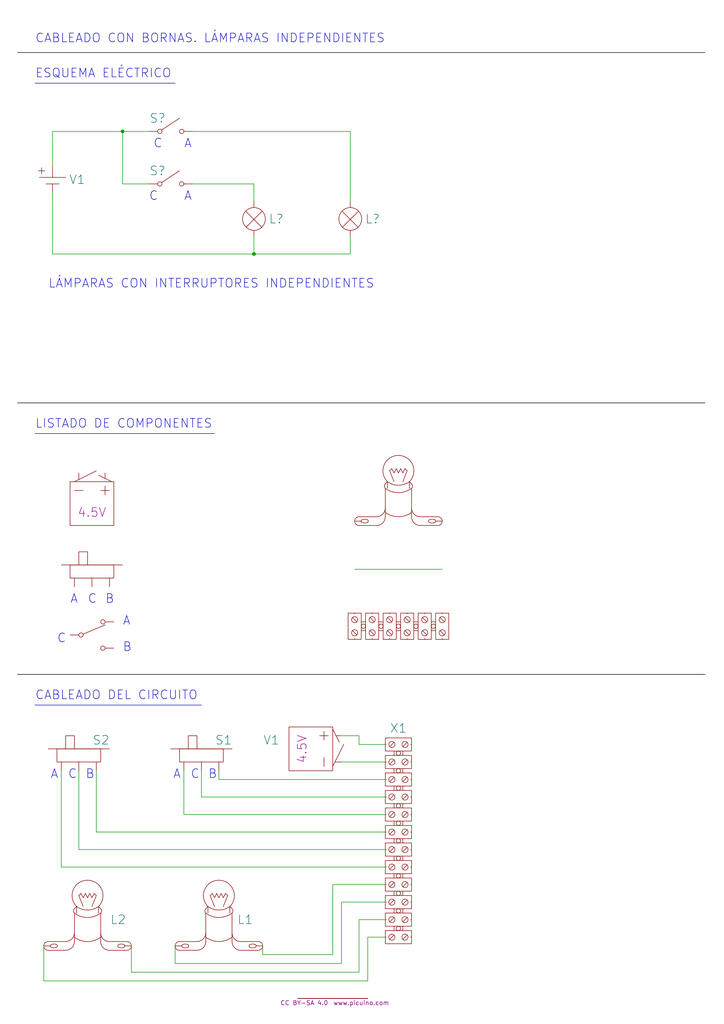
<source format=kicad_sch>
(kicad_sch (version 20211123) (generator eeschema)
  (paper "A4" portrait)
  (title_block (title "CABLEADO CON BORNAS. INTERRUPTORES EN PARALELO") (date "20/02/2019") (company "www.picuino.com") (comment 1 "Copyright (c) 2018 by Carlos Pardo") (comment 2 "License CC BY-SA 4.0"))
  (lib_symbols
    (symbol "simbolos:CopyRight" (pin_names (offset 1.016))
      (property "License" "CC BY-SA 4.0" (at -1.27 -1.27 0))
      (property "Web" "www.picuino.com" (at 0 -1.27 0))
      (symbol "CopyRight_0_1"
        (polyline (pts (xy -10.16 0) (xy 10.16 0)) (stroke (width 0.2032)))
      )
    )
    (symbol "simbolos:Pila" (pin_names (offset 1.016))
      (property "Reference" "V" (at 5.08 -4.445 0))
      (symbol "Pila_0_1"
        (polyline (pts (xy -4.064 -1.27) (xy -2.286 -1.27)))
        (polyline (pts (xy -3.81 -3.175) (xy 3.81 -3.175)))
        (polyline (pts (xy -3.175 -0.381) (xy -3.175 -2.159)))
        (polyline (pts (xy -1.905 -5.08) (xy 1.905 -5.08)))
      )
      (symbol "Pila_1_1"
        (pin input line (at 0 -7.62 90) (length 2.54) (name "") (number ""))
        (pin input line (at 0 0 270) (length 3.175) (name "") (number ""))
      )
    )
    (symbol "simbolos:borna_12x2" (pin_names (offset 1.016))
      (property "Reference" "X" (at 3.81 3.81 0))
      (symbol "borna_12x2_0_1"
        (rectangle (start 0 -53.975) (end 7.62 -57.785))
        (rectangle (start 0 -48.895) (end 7.62 -52.705))
        (rectangle (start 0 -43.815) (end 7.62 -47.625))
        (rectangle (start 0 -38.735) (end 7.62 -42.545))
        (rectangle (start 0 -33.655) (end 7.62 -37.465))
        (rectangle (start 0 -28.575) (end 7.62 -32.385))
        (rectangle (start 0 -23.495) (end 7.62 -27.305))
        (rectangle (start 0 -18.415) (end 7.62 -22.225))
        (rectangle (start 0 -13.335) (end 7.62 -17.145))
        (rectangle (start 0 -8.255) (end 7.62 -12.065))
        (rectangle (start 0 -3.175) (end 7.62 -6.985))
        (polyline (pts (xy 1.27 -56.515) (xy 2.54 -55.245)))
        (polyline (pts (xy 1.27 -51.435) (xy 2.54 -50.165)))
        (polyline (pts (xy 1.27 -46.355) (xy 2.54 -45.085)))
        (polyline (pts (xy 1.27 -41.275) (xy 2.54 -40.005)))
        (polyline (pts (xy 1.27 -36.195) (xy 2.54 -34.925)))
        (polyline (pts (xy 1.27 -31.115) (xy 2.54 -29.845)))
        (polyline (pts (xy 1.27 -26.035) (xy 2.54 -24.765)))
        (polyline (pts (xy 1.27 -20.955) (xy 2.54 -19.685)))
        (polyline (pts (xy 1.27 -15.875) (xy 2.54 -14.605)))
        (polyline (pts (xy 1.27 -10.795) (xy 2.54 -9.525)))
        (polyline (pts (xy 1.27 -5.715) (xy 2.54 -4.445)))
        (polyline (pts (xy 1.27 -0.635) (xy 2.54 0.635)))
        (polyline (pts (xy 2.54 -53.975) (xy 2.54 -52.705)))
        (polyline (pts (xy 2.54 -48.895) (xy 2.54 -47.625)))
        (polyline (pts (xy 2.54 -43.815) (xy 2.54 -42.545)))
        (polyline (pts (xy 2.54 -38.735) (xy 2.54 -37.465)))
        (polyline (pts (xy 2.54 -33.655) (xy 2.54 -32.385)))
        (polyline (pts (xy 2.54 -28.575) (xy 2.54 -27.305)))
        (polyline (pts (xy 2.54 -23.495) (xy 2.54 -22.225)))
        (polyline (pts (xy 2.54 -18.415) (xy 2.54 -17.145)))
        (polyline (pts (xy 2.54 -13.335) (xy 2.54 -12.065)))
        (polyline (pts (xy 2.54 -8.255) (xy 2.54 -6.985)))
        (polyline (pts (xy 2.54 -3.175) (xy 2.54 -1.905)))
        (polyline (pts (xy 5.08 -56.515) (xy 6.35 -55.245)))
        (polyline (pts (xy 5.08 -53.975) (xy 5.08 -52.705)))
        (polyline (pts (xy 5.08 -51.435) (xy 6.35 -50.165)))
        (polyline (pts (xy 5.08 -48.895) (xy 5.08 -47.625)))
        (polyline (pts (xy 5.08 -46.355) (xy 6.35 -45.085)))
        (polyline (pts (xy 5.08 -43.815) (xy 5.08 -42.545)))
        (polyline (pts (xy 5.08 -41.275) (xy 6.35 -40.005)))
        (polyline (pts (xy 5.08 -38.735) (xy 5.08 -37.465)))
        (polyline (pts (xy 5.08 -36.195) (xy 6.35 -34.925)))
        (polyline (pts (xy 5.08 -33.655) (xy 5.08 -32.385)))
        (polyline (pts (xy 5.08 -31.115) (xy 6.35 -29.845)))
        (polyline (pts (xy 5.08 -28.575) (xy 5.08 -27.305)))
        (polyline (pts (xy 5.08 -26.035) (xy 6.35 -24.765)))
        (polyline (pts (xy 5.08 -23.495) (xy 5.08 -22.225)))
        (polyline (pts (xy 5.08 -20.955) (xy 6.35 -19.685)))
        (polyline (pts (xy 5.08 -18.415) (xy 5.08 -17.145)))
        (polyline (pts (xy 5.08 -15.875) (xy 6.35 -14.605)))
        (polyline (pts (xy 5.08 -13.335) (xy 5.08 -12.065)))
        (polyline (pts (xy 5.08 -10.795) (xy 6.35 -9.525)))
        (polyline (pts (xy 5.08 -8.255) (xy 5.08 -6.985)))
        (polyline (pts (xy 5.08 -5.715) (xy 6.35 -4.445)))
        (polyline (pts (xy 5.08 -3.175) (xy 5.08 -1.905)))
        (polyline (pts (xy 5.08 -0.635) (xy 6.35 0.635)))
        (rectangle (start 0 1.905) (end 7.62 -1.905))
        (circle (center 1.905 -55.88) (radius 0.889))
        (circle (center 1.905 -50.8) (radius 0.889))
        (circle (center 1.905 -45.72) (radius 0.889))
        (circle (center 1.905 -40.64) (radius 0.889))
        (circle (center 1.905 -35.56) (radius 0.889))
        (circle (center 1.905 -30.48) (radius 0.889))
        (circle (center 1.905 -25.4) (radius 0.889))
        (circle (center 1.905 -20.32) (radius 0.889))
        (circle (center 1.905 -15.24) (radius 0.889))
        (circle (center 1.905 -10.16) (radius 0.889))
        (circle (center 1.905 -5.08) (radius 0.889))
        (circle (center 1.905 0) (radius 0.889))
        (circle (center 3.81 -53.34) (radius 0.635))
        (circle (center 3.81 -48.26) (radius 0.635))
        (circle (center 3.81 -43.18) (radius 0.635))
        (circle (center 3.81 -38.1) (radius 0.635))
        (circle (center 3.81 -33.02) (radius 0.635))
        (circle (center 3.81 -27.94) (radius 0.635))
        (circle (center 3.81 -22.86) (radius 0.635))
        (circle (center 3.81 -17.78) (radius 0.635))
        (circle (center 3.81 -12.7) (radius 0.635))
        (circle (center 3.81 -7.62) (radius 0.635))
        (circle (center 3.81 -2.54) (radius 0.635))
        (circle (center 5.715 -55.88) (radius 0.889))
        (circle (center 5.715 -50.8) (radius 0.889))
        (circle (center 5.715 -45.72) (radius 0.889))
        (circle (center 5.715 -40.64) (radius 0.889))
        (circle (center 5.715 -35.56) (radius 0.889))
        (circle (center 5.715 -30.48) (radius 0.889))
        (circle (center 5.715 -25.4) (radius 0.889))
        (circle (center 5.715 -20.32) (radius 0.889))
        (circle (center 5.715 -15.24) (radius 0.889))
        (circle (center 5.715 -10.16) (radius 0.889))
        (circle (center 5.715 -5.08) (radius 0.889))
        (circle (center 5.715 0) (radius 0.889))
      )
      (symbol "borna_12x2_1_1"
        (pin input line (at 0 -55.88 0) (length 0.254) (name "") (number ""))
        (pin input line (at 0 -50.8 0) (length 0.254) (name "") (number ""))
        (pin input line (at 0 -45.72 0) (length 0.254) (name "") (number ""))
        (pin input line (at 0 -40.64 0) (length 0.254) (name "") (number ""))
        (pin input line (at 0 -35.56 0) (length 0.254) (name "") (number ""))
        (pin input line (at 0 -30.48 0) (length 0.254) (name "") (number ""))
        (pin input line (at 0 -25.4 0) (length 0.254) (name "") (number ""))
        (pin input line (at 0 -20.32 0) (length 0.254) (name "") (number ""))
        (pin input line (at 0 -15.24 0) (length 0.254) (name "") (number ""))
        (pin input line (at 0 -10.16 0) (length 0.254) (name "") (number ""))
        (pin input line (at 0 -5.08 0) (length 0.254) (name "") (number ""))
        (pin input line (at 0 0 0) (length 0.254) (name "") (number ""))
        (pin input line (at 7.62 -55.88 180) (length 0.254) (name "") (number ""))
        (pin input line (at 7.62 -50.8 180) (length 0.254) (name "") (number ""))
        (pin input line (at 7.62 -45.72 180) (length 0.254) (name "") (number ""))
        (pin input line (at 7.62 -40.64 180) (length 0.254) (name "") (number ""))
        (pin input line (at 7.62 -35.56 180) (length 0.254) (name "") (number ""))
        (pin input line (at 7.62 -30.48 180) (length 0.254) (name "") (number ""))
        (pin input line (at 7.62 -25.4 180) (length 0.254) (name "") (number ""))
        (pin input line (at 7.62 -20.32 180) (length 0.254) (name "") (number ""))
        (pin input line (at 7.62 -15.24 180) (length 0.254) (name "") (number ""))
        (pin input line (at 7.62 -10.16 180) (length 0.254) (name "") (number ""))
        (pin input line (at 7.62 -5.08 180) (length 0.254) (name "") (number ""))
        (pin input line (at 7.62 0 180) (length 0.254) (name "") (number ""))
      )
    )
    (symbol "simbolos:borna_6x2" (pin_names (offset 1.016))
      (property "Reference" "X" (at 3.81 3.81 0))
      (symbol "borna_6x2_0_1"
        (rectangle (start 0 -23.495) (end 7.62 -27.305))
        (rectangle (start 0 -18.415) (end 7.62 -22.225))
        (rectangle (start 0 -13.335) (end 7.62 -17.145))
        (rectangle (start 0 -8.255) (end 7.62 -12.065))
        (rectangle (start 0 -3.175) (end 7.62 -6.985))
        (polyline (pts (xy 1.27 -26.035) (xy 2.54 -24.765)))
        (polyline (pts (xy 1.27 -20.955) (xy 2.54 -19.685)))
        (polyline (pts (xy 1.27 -15.875) (xy 2.54 -14.605)))
        (polyline (pts (xy 1.27 -10.795) (xy 2.54 -9.525)))
        (polyline (pts (xy 1.27 -5.715) (xy 2.54 -4.445)))
        (polyline (pts (xy 1.27 -0.635) (xy 2.54 0.635)))
        (polyline (pts (xy 2.54 -23.495) (xy 2.54 -22.225)))
        (polyline (pts (xy 2.54 -18.415) (xy 2.54 -17.145)))
        (polyline (pts (xy 2.54 -13.335) (xy 2.54 -12.065)))
        (polyline (pts (xy 2.54 -8.255) (xy 2.54 -6.985)))
        (polyline (pts (xy 2.54 -3.175) (xy 2.54 -1.905)))
        (polyline (pts (xy 5.08 -26.035) (xy 6.35 -24.765)))
        (polyline (pts (xy 5.08 -23.495) (xy 5.08 -22.225)))
        (polyline (pts (xy 5.08 -20.955) (xy 6.35 -19.685)))
        (polyline (pts (xy 5.08 -18.415) (xy 5.08 -17.145)))
        (polyline (pts (xy 5.08 -15.875) (xy 6.35 -14.605)))
        (polyline (pts (xy 5.08 -13.335) (xy 5.08 -12.065)))
        (polyline (pts (xy 5.08 -10.795) (xy 6.35 -9.525)))
        (polyline (pts (xy 5.08 -8.255) (xy 5.08 -6.985)))
        (polyline (pts (xy 5.08 -5.715) (xy 6.35 -4.445)))
        (polyline (pts (xy 5.08 -3.175) (xy 5.08 -1.905)))
        (polyline (pts (xy 5.08 -0.635) (xy 6.35 0.635)))
        (rectangle (start 0 1.905) (end 7.62 -1.905))
        (circle (center 1.905 -25.4) (radius 0.889))
        (circle (center 1.905 -20.32) (radius 0.889))
        (circle (center 1.905 -15.24) (radius 0.889))
        (circle (center 1.905 -10.16) (radius 0.889))
        (circle (center 1.905 -5.08) (radius 0.889))
        (circle (center 1.905 0) (radius 0.889))
        (circle (center 3.81 -22.86) (radius 0.635))
        (circle (center 3.81 -17.78) (radius 0.635))
        (circle (center 3.81 -12.7) (radius 0.635))
        (circle (center 3.81 -7.62) (radius 0.635))
        (circle (center 3.81 -2.54) (radius 0.635))
        (circle (center 5.715 -25.4) (radius 0.889))
        (circle (center 5.715 -20.32) (radius 0.889))
        (circle (center 5.715 -15.24) (radius 0.889))
        (circle (center 5.715 -10.16) (radius 0.889))
        (circle (center 5.715 -5.08) (radius 0.889))
        (circle (center 5.715 0) (radius 0.889))
      )
      (symbol "borna_6x2_1_1"
        (pin input line (at 0 -25.4 0) (length 0.254) (name "") (number ""))
        (pin input line (at 0 -20.32 0) (length 0.254) (name "") (number ""))
        (pin input line (at 0 -15.24 0) (length 0.254) (name "") (number ""))
        (pin input line (at 0 -10.16 0) (length 0.254) (name "") (number ""))
        (pin input line (at 0 -5.08 0) (length 0.254) (name "") (number ""))
        (pin input line (at 0 0 0) (length 0.254) (name "") (number ""))
        (pin input line (at 7.62 -25.4 180) (length 0.254) (name "") (number ""))
        (pin input line (at 7.62 -20.32 180) (length 0.254) (name "") (number ""))
        (pin input line (at 7.62 -15.24 180) (length 0.254) (name "") (number ""))
        (pin input line (at 7.62 -10.16 180) (length 0.254) (name "") (number ""))
        (pin input line (at 7.62 -5.08 180) (length 0.254) (name "") (number ""))
        (pin input line (at 7.62 0 180) (length 0.254) (name "") (number ""))
      )
    )
    (symbol "simbolos:conmutador" (pin_names (offset 1.016))
      (property "Reference" "S" (at 4.445 3.175 0))
      (symbol "conmutador_0_0"
        (circle (center 3.175 0) (radius 0.635))
        (circle (center 9.525 -3.81) (radius 0.635))
        (circle (center 9.525 3.81) (radius 0.635))
      )
      (symbol "conmutador_0_1"
        (polyline (pts (xy 10.16 2.921) (xy 3.81 0.254)))
      )
      (symbol "conmutador_1_1"
        (pin input line (at 0 0 0) (length 2.54) (name "") (number ""))
        (pin input line (at 12.7 -3.81 180) (length 2.54) (name "") (number ""))
        (pin input line (at 12.7 3.81 180) (length 2.54) (name "") (number ""))
      )
    )
    (symbol "simbolos:interruptor" (pin_names (offset 1.016))
      (property "Reference" "S" (at 4.445 3.175 0))
      (symbol "interruptor_0_0"
        (polyline (pts (xy 8.89 3.81) (xy 3.683 0.381)))
        (circle (center 3.175 0) (radius 0.635))
        (circle (center 9.525 0) (radius 0.635))
      )
      (symbol "interruptor_1_1"
        (pin input line (at 0 0 0) (length 2.54) (name "") (number ""))
        (pin input line (at 12.7 0 180) (length 2.54) (name "") (number ""))
      )
    )
    (symbol "simbolos:lampara" (pin_names (offset 1.016))
      (property "Reference" "L" (at 4.445 -5.08 0))
      (symbol "lampara_0_1"
        (circle (center 0 -5.08) (radius 3.302))
        (polyline (pts (xy -2.286 -7.493) (xy 2.286 -2.921)))
        (polyline (pts (xy -2.286 -2.921) (xy 2.286 -7.493)))
      )
      (symbol "lampara_1_1"
        (pin input line (at 0 -10.16 90) (length 1.778) (name "") (number ""))
        (pin input line (at 0 0 270) (length 1.778) (name "") (number ""))
      )
    )
    (symbol "simbolos:lampara_pack" (pin_names (offset 1.016))
      (property "Reference" "L" (at 17.78 6.35 0))
      (symbol "lampara_pack_0_1"
        (polyline (pts (xy 1.27 -1.27) (xy 6.35 -1.27)))
        (polyline (pts (xy 6.35 1.27) (xy 1.27 1.27)))
        (polyline (pts (xy 8.89 1.27) (xy 8.89 9.525)))
        (polyline (pts (xy 8.89 10.795) (xy 9.525 11.43)))
        (polyline (pts (xy 9.525 11.43) (xy 9.525 9.525)))
        (polyline (pts (xy 11.43 11.43) (xy 10.16 14.605)))
        (polyline (pts (xy 13.97 11.43) (xy 15.24 14.605)))
        (polyline (pts (xy 15.875 11.43) (xy 15.875 9.525)))
        (polyline (pts (xy 16.51 1.27) (xy 16.51 9.525)))
        (polyline (pts (xy 16.51 10.795) (xy 15.875 11.43)))
        (polyline (pts (xy 19.05 1.27) (xy 24.13 1.27)))
        (polyline (pts (xy 24.13 -1.27) (xy 19.05 -1.27)))
        (polyline (pts (xy 10.16 14.605) (xy 10.795 15.24) (xy 11.43 13.97) (xy 12.065 15.24) (xy 12.7 13.97) (xy 13.335 15.24) (xy 13.97 13.97) (xy 14.605 15.24) (xy 15.24 14.605)))
        (arc (start 1.27 1.27) (mid 0 0) (end 1.27 -1.27))
        (arc (start 2.159 -0.381) (mid 2.921 -0.5609) (end 3.683 -0.381))
        (arc (start 2.159 0.381) (mid 1.8844 0) (end 2.159 -0.381))
        (arc (start 3.683 -0.381) (mid 3.9576 0) (end 3.683 0.381))
        (arc (start 3.683 0.381) (mid 2.921 0.5609) (end 2.159 0.381))
        (arc (start 6.35 -1.27) (mid 8.1297 -0.5171) (end 8.89 1.27))
        (arc (start 6.35 1.27) (mid 8.1297 2.0229) (end 8.89 3.81))
        (arc (start 8.89 2.54) (mid 12.7 1.27) (end 16.51 2.54))
        (arc (start 8.89 9.525) (mid 12.7 8.255) (end 16.51 9.525))
        (arc (start 8.89 10.795) (mid 8.627 10.16) (end 8.89 9.525))
        (arc (start 9.525 11.43) (mid 12.7 10.4125) (end 15.875 11.43))
        (arc (start 12.7 19.05) (mid 8.5493 16.3021) (end 9.525 11.43))
        (arc (start 15.875 11.43) (mid 16.8357 16.2958) (end 12.7 19.05))
        (arc (start 16.51 1.27) (mid 17.2523 -0.5349) (end 19.05 -1.27))
        (arc (start 16.51 3.81) (mid 17.2523 2.0051) (end 19.05 1.27))
        (arc (start 16.51 9.525) (mid 16.773 10.16) (end 16.51 10.795))
        (arc (start 21.717 -0.381) (mid 22.479 -0.5609) (end 23.241 -0.381))
        (arc (start 21.717 0.381) (mid 21.4424 0) (end 21.717 -0.381))
        (arc (start 23.241 -0.381) (mid 23.5156 0) (end 23.241 0.381))
        (arc (start 23.241 0.381) (mid 22.479 0.5609) (end 21.717 0.381))
        (arc (start 24.13 -1.27) (mid 25.4 0) (end 24.13 1.27))
      )
      (symbol "lampara_pack_1_1"
        (pin input line (at 0 0 0) (length 1.905) (name "") (number ""))
        (pin input line (at 25.4 0 180) (length 1.905) (name "") (number ""))
      )
    )
    (symbol "simbolos:pila_petaca" (pin_names (offset 1.016))
      (property "Reference" "V" (at 11.43 -8.89 0))
      (property "V" "4.5V" (at 3.81 -12.7 0))
      (symbol "pila_petaca_0_1"
        (rectangle (start -2.54 -2.54) (end 10.16 -15.24))
        (polyline (pts (xy -1.27 -5.08) (xy 1.27 -5.08)))
        (polyline (pts (xy -1.27 -2.54) (xy 5.08 0.635)))
        (polyline (pts (xy 7.62 -3.81) (xy 7.62 -6.35)))
        (polyline (pts (xy 8.89 -5.08) (xy 6.35 -5.08)))
        (polyline (pts (xy 9.525 -2.54) (xy 5.715 -0.635)))
      )
      (symbol "pila_petaca_1_1"
        (pin input line (at 0 0 270) (length 1.905) (name "") (number ""))
        (pin input line (at 7.62 0 270) (length 1.524) (name "") (number ""))
      )
    )
    (symbol "simbolos:selector_pack" (pin_names (offset 1.016))
      (property "Reference" "S" (at 11.43 8.89 0))
      (symbol "selector_pack_0_1"
        (rectangle (start -1.27 6.35) (end 11.43 2.54))
        (polyline (pts (xy 13.97 6.35) (xy -3.81 6.35)))
        (polyline (pts (xy 1.27 6.35) (xy 1.27 10.16) (xy 3.81 10.16) (xy 3.81 6.35)))
      )
      (symbol "selector_pack_1_1"
        (pin input line (at 0 0 90) (length 2.54) (name "") (number ""))
        (pin input line (at 5.08 0 90) (length 2.54) (name "") (number ""))
        (pin input line (at 10.16 0 90) (length 2.54) (name "") (number ""))
      )
    )
  )
  (junction (at 35.56 38.1))
  (junction (at 73.66 73.66))
  (wire (pts (xy 101.6 38.1) (xy 101.6 58.42)))
  (wire (pts (xy 111.76 241.3) (xy 27.94 241.3)))
  (wire (pts (xy 22.86 223.52) (xy 22.86 246.38)))
  (wire (pts (xy 17.78 223.52) (xy 17.78 251.46)))
  (polyline (pts (xy 10.16 24.13) (xy 50.8 24.13)) (stroke (width 0) (type solid)))
  (wire (pts (xy 73.66 73.66) (xy 101.6 73.66)))
  (polyline (pts (xy 5.08 15.24) (xy 204.47 15.24)) (stroke (width 0) (type solid) (color 0 0 0 1)))
  (wire (pts (xy 55.88 53.34) (xy 73.66 53.34)))
  (wire (pts (xy 63.5 226.06) (xy 63.5 223.52)))
  (wire (pts (xy 27.94 241.3) (xy 27.94 223.52)))
  (wire (pts (xy 111.76 251.46) (xy 17.78 251.46)))
  (wire (pts (xy 53.34 236.22) (xy 53.34 223.52)))
  (wire (pts (xy 50.8 279.4) (xy 99.06 279.4)))
  (wire (pts (xy 38.1 281.94) (xy 104.14 281.94)))
  (wire (pts (xy 43.18 53.34) (xy 35.56 53.34)))
  (wire (pts (xy 99.06 261.62) (xy 111.76 261.62)))
  (polyline (pts (xy 10.16 125.73) (xy 62.23 125.73)) (stroke (width 0) (type solid)))
  (wire (pts (xy 99.06 261.62) (xy 99.06 279.4)))
  (wire (pts (xy 73.66 73.66) (xy 73.66 68.58)))
  (polyline (pts (xy 5.08 116.84) (xy 204.47 116.84)) (stroke (width 0) (type solid) (color 0 0 0 1)))
  (wire (pts (xy 76.2 274.32) (xy 76.2 276.86)))
  (wire (pts (xy 111.76 271.78) (xy 106.68 271.78)))
  (wire (pts (xy 111.76 236.22) (xy 53.34 236.22)))
  (wire (pts (xy 96.52 256.54) (xy 111.76 256.54)))
  (wire (pts (xy 104.14 215.9) (xy 111.76 215.9)))
  (wire (pts (xy 73.66 53.34) (xy 73.66 58.42)))
  (wire (pts (xy 15.24 73.66) (xy 73.66 73.66)))
  (wire (pts (xy 12.7 284.48) (xy 12.7 274.32)))
  (wire (pts (xy 102.87 165.1) (xy 128.27 165.1)))
  (wire (pts (xy 96.52 256.54) (xy 96.52 276.86)))
  (wire (pts (xy 106.68 284.48) (xy 12.7 284.48)))
  (wire (pts (xy 15.24 55.88) (xy 15.24 73.66)))
  (wire (pts (xy 106.68 271.78) (xy 106.68 284.48)))
  (wire (pts (xy 38.1 274.32) (xy 38.1 281.94)))
  (wire (pts (xy 111.76 226.06) (xy 63.5 226.06)))
  (wire (pts (xy 76.2 276.86) (xy 96.52 276.86)))
  (wire (pts (xy 22.86 246.38) (xy 111.76 246.38)))
  (wire (pts (xy 101.6 68.58) (xy 101.6 73.66)))
  (polyline (pts (xy 10.16 204.47) (xy 58.42 204.47)) (stroke (width 0) (type solid)))
  (wire (pts (xy 99.06 220.98) (xy 111.76 220.98)))
  (wire (pts (xy 15.24 38.1) (xy 35.56 38.1)))
  (wire (pts (xy 104.14 266.7) (xy 104.14 281.94)))
  (wire (pts (xy 104.14 215.9) (xy 104.14 213.36)))
  (wire (pts (xy 55.88 38.1) (xy 101.6 38.1)))
  (wire (pts (xy 50.8 274.32) (xy 50.8 279.4)))
  (wire (pts (xy 104.14 213.36) (xy 99.06 213.36)))
  (wire (pts (xy 104.14 266.7) (xy 111.76 266.7)))
  (wire (pts (xy 35.56 53.34) (xy 35.56 38.1)))
  (wire (pts (xy 58.42 223.52) (xy 58.42 231.14)))
  (wire (pts (xy 15.24 48.26) (xy 15.24 38.1)))
  (wire (pts (xy 58.42 231.14) (xy 111.76 231.14)))
  (polyline (pts (xy 5.08 195.58) (xy 204.47 195.58)) (stroke (width 0) (type solid) (color 0 0 0 1)))
  (wire (pts (xy 35.56 38.1) (xy 43.18 38.1)))
  (text "C" (at 43.18 58.42 0) (effects (font (size 2.54 2.54)) (justify left bottom)))
  (text "A" (at 50.165 226.06 0) (effects (font (size 2.54 2.54)) (justify left bottom)))
  (text "LÁMPARAS CON INTERRUPTORES INDEPENDIENTES" (at 13.97 83.82 0) (effects (font (size 2.54 2.54)) (justify left bottom)))
  (text "CABLEADO DEL CIRCUITO" (at 10.16 203.2 0) (effects (font (size 2.54 2.54)) (justify left bottom)))
  (text "A" (at 53.34 43.18 0) (effects (font (size 2.54 2.54)) (justify left bottom)))
  (text "A" (at 20.32 175.26 0) (effects (font (size 2.54 2.54)) (justify left bottom)))
  (text "A" (at 53.34 58.42 0) (effects (font (size 2.54 2.54)) (justify left bottom)))
  (text "B" (at 24.765 226.06 0) (effects (font (size 2.54 2.54)) (justify left bottom)))
  (text "B" (at 30.48 175.26 0) (effects (font (size 2.54 2.54)) (justify left bottom)))
  (text "C" (at 16.51 186.69 0) (effects (font (size 2.54 2.54)) (justify left bottom)))
  (text "A" (at 14.605 226.06 0) (effects (font (size 2.54 2.54)) (justify left bottom)))
  (text "B" (at 60.325 226.06 0) (effects (font (size 2.54 2.54)) (justify left bottom)))
  (text "LISTADO DE COMPONENTES" (at 10.16 124.46 0) (effects (font (size 2.54 2.54)) (justify left bottom)))
  (text "ESQUEMA ELÉCTRICO" (at 10.16 22.86 0) (effects (font (size 2.54 2.54)) (justify left bottom)))
  (text "A" (at 35.56 181.61 0) (effects (font (size 2.54 2.54)) (justify left bottom)))
  (text "C" (at 19.685 226.06 0) (effects (font (size 2.54 2.54)) (justify left bottom)))
  (text "B" (at 35.56 189.23 0) (effects (font (size 2.54 2.54)) (justify left bottom)))
  (text "C" (at 25.4 175.26 0) (effects (font (size 2.54 2.54)) (justify left bottom)))
  (text "CABLEADO CON BORNAS. LÁMPARAS INDEPENDIENTES" (at 10.16 12.7 0) (effects (font (size 2.54 2.54)) (justify left bottom)))
  (text "C" (at 55.245 226.06 0) (effects (font (size 2.54 2.54)) (justify left bottom)))
  (text "C" (at 44.45 43.18 0) (effects (font (size 2.54 2.54)) (justify left bottom)))
  (symbol (lib_id "simbolos:lampara") (at 73.66 58.42 0) (unit 1)
    (property "Reference" "L?" (at 77.8002 63.5 0) (effects (font (size 2.54 2.54)) (justify left)))
  )
  (symbol (lib_id "simbolos:interruptor") (at 43.18 38.1 0) (unit 1)
    (property "Reference" "S?" (at 45.72 34.29 0) (effects (font (size 2.54 2.54))))
  )
  (symbol (lib_id "simbolos:interruptor") (at 43.18 53.34 0) (unit 1)
    (property "Reference" "S?" (at 45.72 49.53 0) (effects (font (size 2.54 2.54))))
  )
  (symbol (lib_id "simbolos:lampara") (at 101.6 58.42 0) (unit 1)
    (property "Reference" "L?" (at 105.7402 63.5 0) (effects (font (size 2.54 2.54)) (justify left)))
  )
  (symbol (lib_id "simbolos:selector_pack") (at 21.59 170.18 0) (unit 1)
    (property "Reference" "S?" (effects hide))
  )
  (symbol (lib_id "simbolos:pila_petaca") (at 22.86 137.16 0) (unit 1)
    (property "Reference" "V?" (effects hide))
    (property "V" "4.5V" (at 26.67 148.59 0) (effects (font (size 2.54 2.54))))
  )
  (symbol (lib_id "simbolos:selector_pack") (at 17.78 223.52 0) (unit 1)
    (property "Reference" "S2" (at 26.67 214.63 0) (effects (font (size 2.54 2.54)) (justify left)))
  )
  (symbol (lib_id "simbolos:lampara_pack") (at 102.87 151.13 0) (unit 1)
    (property "Reference" "L?" (effects hide))
  )
  (symbol (lib_id "simbolos:conmutador") (at 20.32 184.15 0) (unit 1)
    (property "Reference" "S?" (effects hide))
  )
  (symbol (lib_id "simbolos:pila_petaca") (at 99.06 220.98 270) (mirror x) (unit 1)
    (property "Reference" "V1" (at 76.2 214.63 90) (effects (font (size 2.54 2.54)) (justify left)))
    (property "V" "4.5V" (at 87.63 217.17 0) (effects (font (size 2.54 2.54))))
  )
  (symbol (lib_id "simbolos:lampara_pack") (at 50.8 274.32 0) (unit 1)
    (property "Reference" "L1" (at 71.12 266.7 0) (effects (font (size 2.54 2.54))))
  )
  (symbol (lib_id "simbolos:selector_pack") (at 53.34 223.52 0) (unit 1)
    (property "Reference" "S1" (at 62.23 214.63 0) (effects (font (size 2.54 2.54)) (justify left)))
  )
  (symbol (lib_id "simbolos:lampara_pack") (at 12.7 274.32 0) (unit 1)
    (property "Reference" "L2" (at 34.29 266.7 0) (effects (font (size 2.54 2.54))))
  )
  (symbol (lib_id "simbolos:Pila") (at 15.24 48.26 0) (unit 1)
    (property "Reference" "V1" (at 19.8882 52.07 0) (effects (font (size 2.54 2.54)) (justify left)))
  )
  (symbol (lib_id "simbolos:borna_12x2") (at 111.76 215.9 0) (unit 1)
    (property "Reference" "X1" (at 115.57 211.1756 0) (effects (font (size 2.54 2.54))))
  )
  (symbol (lib_id "simbolos:CopyRight") (at 96.52 289.56 0) (unit 1)
    (property "Reference" "CP1" (effects hide))
    (property "License" "CC BY-SA 4.0" (at 88.265 290.83 0))
    (property "Web" "www.picuino.com" (at 104.775 290.83 0))
  )
  (symbol (lib_id "simbolos:borna_6x2") (at 128.27 177.8 270) (unit 1)
    (property "Reference" "X?" (effects hide))
  )
)
</source>
